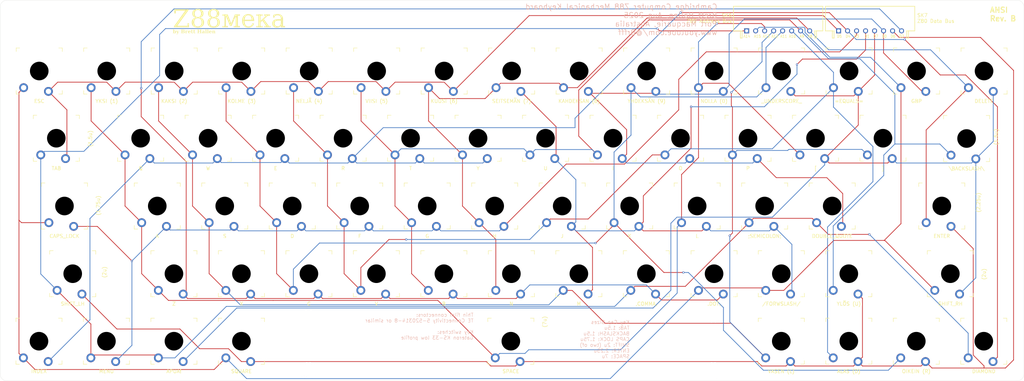
<source format=kicad_pcb>
(kicad_pcb (version 20241229) (generator "pcbnew") (generator_version "9.0")
  (title_block (title "Z88 Mechanical Keyboard (Inverted-T Cursor)") (date "16-Aug-2025") (rev "B") (company "Brett Hallen") (comment 1 "www.youtube.com/@Brfff"))
  (layers (0 "F.Cu" signal) (2 "B.Cu" signal) (13 "F.Paste" user) (15 "B.Paste" user) (5 "F.SilkS" user "F.Silkscreen") (7 "B.SilkS" user "B.Silkscreen") (1 "F.Mask" user) (3 "B.Mask" user) (25 "Edge.Cuts" user))
  (net 0 "")
  (net 1 "COL4")
  (net 2 "COL5")
  (net 3 "COL1")
  (net 4 "COL7")
  (net 5 "COL2")
  (net 6 "COL6")
  (net 7 "COL0")
  (net 8 "COL3")
  (net 9 "ROW4")
  (net 10 "ROW6")
  (net 11 "ROW5")
  (net 12 "ROW7")
  (net 13 "ROW1")
  (net 14 "ROW0")
  (net 15 "ROW3")
  (net 16 "ROW2")
  (footprint "Clueless_Engineer:SW_Gateron_LowProfile_THT" (layer "F.Cu") (at 198.3531 130.4488)
    (property "Reference" "SW32" (hide yes))
    (property "Value" "Y")
  )
  (footprint "Clueless_Engineer:SW_Gateron_LowProfile_THT" (layer "F.Cu") (at 160.2531 130.4488)
    (property "Reference" "SW30" (hide yes))
    (property "Value" "R")
  )
  (footprint "Clueless_Engineer:SW_Gateron_LowProfile_THT" (layer "F.Cu") (at 150.6794 111.4801)
    (property "Reference" "SW22" (hide yes))
    (property "Value" "NELJÄ (4)")
  )
  (footprint "Clueless_Engineer:SW_Gateron_LowProfile_THT" (layer "F.Cu") (at 164.9465 149.585)
    (property "Reference" "SW38" (hide yes))
    (property "Value" "F")
  )
  (footprint "Clueless_Engineer:SW_Gateron_LowProfile_THT" (layer "F.Cu") (at 264.9794 111.4801)
    (property "Reference" "SW59" (hide yes))
    (property "Value" "NOLLA (0)")
  )
  (footprint "Clueless_Engineer:SW_Gateron_LowProfile_THT" (layer "F.Cu") (at 341.1794 111.4801)
    (property "Reference" "SW8" (hide yes))
    (property "Value" "DELETE")
  )
  (footprint "Clueless_Engineer:SW_Gateron_LowProfile_THT" (layer "F.Cu") (at 207.6076 187.7446)
    (property "Reference" "SW11" (hide yes))
    (property "Value" "SPACE")
  )
  (footprint "Clueless_Engineer:SW_Gateron_LowProfile_THT" (layer "F.Cu") (at 179.3031 130.4488)
    (property "Reference" "SW31" (hide yes))
    (property "Value" "T")
  )
  (footprint "Clueless_Engineer:SW_Gateron_LowProfile_THT" (layer "F.Cu") (at 131.5576 168.6946)
    (property "Reference" "SW44" (hide yes))
    (property "Value" "X")
  )
  (footprint "Clueless_Engineer:SW_Gateron_LowProfile_THT" (layer "F.Cu") (at 131.5576 187.7446)
    (property "Reference" "SW9" (hide yes))
    (property "Value" "SQUARE")
  )
  (footprint "Clueless_Engineer:SW_Gateron_LowProfile_THT" (layer "F.Cu") (at 93.5294 111.4801)
    (property "Reference" "SW19" (hide yes))
    (property "Value" "YKSI (1)")
  )
  (footprint "Clueless_Engineer:SW_Gateron_LowProfile_THT" (layer "F.Cu") (at 74.4076 187.7446)
    (property "Reference" "SW25" (hide yes))
    (property "Value" "INDEX")
  )
  (footprint "Clueless_Engineer:SW_Gateron_LowProfile_THT" (layer "F.Cu") (at 169.7294 111.4801)
    (property "Reference" "SW23" (hide yes))
    (property "Value" "VIISI (5)")
  )
  (footprint "Clueless_Engineer:SW_Gateron_LowProfile_THT" (layer "F.Cu") (at 341.1076 187.7446)
    (property "Reference" "SW26" (hide yes))
    (property "Value" "DIAMOND")
  )
  (footprint "Clueless_Engineer:55203148" (layer "F.Cu") (at 274.167245 100.1357)
    (property "Reference" "SK6" (hide yes))
    (property "Value" "Z80 Address Bus" (hide yes))
  )
  (footprint "Clueless_Engineer:SW_Gateron_LowProfile_THT" (layer "F.Cu") (at 303.0076 168.6946)
    (property "Reference" "SW15" (hide yes))
    (property "Value" "YLÖS (U)")
  )
  (footprint "Clueless_Engineer:SW_Gateron_LowProfile_THT" (layer "F.Cu") (at 322.1294 111.4801)
    (property "Reference" "SW57" (hide yes))
    (property "Value" "GBP")
  )
  (footprint "Clueless_Engineer:SW_Gateron_LowProfile_THT" (layer "F.Cu") (at 312.6531 130.4488)
    (property "Reference" "SW4" (hide yes))
    (property "Value" "]")
  )
  (footprint "Clueless_Engineer:SW_Gateron_LowProfile_THT" (layer "F.Cu") (at 188.7076 168.6946)
    (property "Reference" "SW47" (hide yes))
    (property "Value" "B")
  )
  (footprint "Clueless_Engineer:SW_Gateron_LowProfile_THT" (layer "F.Cu") (at 283.9406 187.7446)
    (property "Reference" "SW12" (hide yes))
    (property "Value" "VASEN (L)")
  )
  (footprint "Clueless_Engineer:SW_Gateron_LowProfile_THT" (layer "F.Cu") (at 298.3129 149.585)
    (property "Reference" "SW58" (hide yes))
    (property "Value" "DOUBLE_QUOTE")
  )
  (footprint "Clueless_Engineer:SW_Gateron_LowProfile_THT" (layer "F.Cu") (at 284.0294 111.4801)
    (property "Reference" "SW5" (hide yes))
    (property "Value" "_UNDERSCORE_")
  )
  (footprint "MountingHole:MountingHole_3.2mm_M3" (layer "F.Cu") (at 337.4681 96.9557)
    (property "Reference" "H2" (hide yes))
    (property "Value" "MountingHole" (hide yes))
  )
  (footprint "Clueless_Engineer:SW_Gateron_LowProfile_THT" (layer "F.Cu") (at 226.8076 168.6946)
    (property "Reference" "SW52" (hide yes))
    (property "Value" "M")
  )
  (footprint "Clueless_Engineer:SW_Gateron_LowProfile_THT" (layer "F.Cu") (at 283.9576 168.6946)
    (property "Reference" "SW49" (hide yes))
    (property "Value" "/FORWSLASH/")
  )
  (footprint "Clueless_Engineer:SW_Gateron_LowProfile_THT" (layer "F.Cu") (at 322.0576 187.7446)
    (property "Reference" "SW13" (hide yes))
    (property "Value" "OIKEIN (R)")
  )
  (footprint "Clueless_Engineer:SW_Gateron_LowProfile_THT" (layer "F.Cu") (at 279.2465 149.585)
    (property "Reference" "SW50" (hide yes))
    (property "Value" ";SEMICOLON;")
  )
  (footprint "Clueless_Engineer:SW_Gateron_LowProfile_THT" (layer "F.Cu") (at 131.6294 111.4801)
    (property "Reference" "SW21" (hide yes))
    (property "Value" "KOLME (3)")
  )
  (footprint "Clueless_Engineer:SW_Gateron_LowProfile_THT" (layer "F.Cu") (at 226.8794 111.4801)
    (property "Reference" "SW64" (hide yes))
    (property "Value" "KAHDEKSAN (8)")
  )
  (footprint "Clueless_Engineer:SW_Gateron_LowProfile_THT" (layer "F.Cu") (at 245.8576 168.6946)
    (property "Reference" "SW42" (hide yes))
    (property "Value" ",COMMA,")
  )
  (footprint "Clueless_Engineer:SW_Gateron_LowProfile_THT" (layer "F.Cu") (at 274.5531 130.4488)
    (property "Reference" "SW60" (hide yes))
    (property "Value" "P")
  )
  (footprint "MountingHole:MountingHole_3.2mm_M3" (layer "F.Cu") (at 250.727245 188.9557)
    (property "Reference" "H3" (hide yes))
    (property "Value" "MountingHole" (hide yes))
  )
  (footprint "MountingHole:MountingHole_3.2mm_M3" (layer "F.Cu") (at 170.727245 184.9557)
    (property "Reference" "H4" (hide yes))
    (property "Value" "MountingHole" (hide yes))
  )
  (footprint "Clueless_Engineer:SW_Gateron_LowProfile_THT" (layer "F.Cu") (at 103.1031 130.4488)
    (property "Reference" "SW27" (hide yes))
    (property "Value" "Q")
  )
  (footprint "Clueless_Engineer:55203148" (layer "F.Cu") (at 300.118643 100.1357)
    (property "Reference" "SK7" (hide yes))
    (property "Value" "Z80 Data Bus" (hide yes))
  )
  (footprint "Clueless_Engineer:SW_Gateron_LowProfile_THT" (layer "F.Cu") (at 74.4794 111.4801)
    (property "Reference" "SW17" (hide yes))
    (property "Value" "ESC")
  )
  (footprint "Clueless_Engineer:SW_Gateron_LowProfile_THT" (layer "F.Cu") (at 331.6706 168.6946)
    (property "Reference" "SW1" (hide yes))
    (property "Value" "SHIFT_RH")
  )
  (footprint "Clueless_Engineer:SW_Gateron_LowProfile_THT" (layer "F.Cu") (at 236.4531 130.4488)
    (property "Reference" "SW63" (hide yes))
    (property "Value" "I")
  )
  (footprint "Clueless_Engineer:SW_Gateron_LowProfile_THT" (layer "F.Cu") (at 188.7794 111.4801)
    (property "Reference" "SW24" (hide yes))
    (property "Value" "KUUSI (6)")
  )
  (footprint "Clueless_Engineer:SW_Gateron_LowProfile_THT" (layer "F.Cu") (at 207.8294 111.4801)
    (property "Reference" "SW56" (hide yes))
    (property "Value" "SEITSEMÄN (7)")
  )
  (footprint "Clueless_Engineer:SW_Gateron_LowProfile_THT" (layer "F.Cu") (at 260.1965 149.585)
    (property "Reference" "SW51" (hide yes))
    (property "Value" "L")
  )
  (footprint "Clueless_Engineer:SW_Gateron_LowProfile_THT" (layer "F.Cu") (at 245.9294 111.4801)
    (property "Reference" "SW61" (hide yes))
    (property "Value" "YHDEKSÄN (9)")
  )
  (footprint "MountingHole:MountingHole_3.2mm_M3" (layer "F.Cu") (at 95.4681 96.9557)
    (property "Reference" "H1" (hide yes))
    (property "Value" "MountingHole" (hide yes))
  )
  (footprint "Clueless_Engineer:SW_Gateron_LowProfile_THT" (layer "F.Cu") (at 264.9716 168.6946)
    (property "Reference" "SW41" (hide yes))
    (property "Value" ".DOT.")
  )
  (footprint "Clueless_Engineer:SW_Gateron_LowProfile_THT" (layer "F.Cu") (at 255.5031 130.4488)
    (property "Reference" "SW62" (hide yes))
    (property "Value" "O")
  )
  (footprint "Clueless_Engineer:SW_Gateron_LowProfile_THT" (layer "F.Cu") (at 183.9965 149.585)
    (property "Reference" "SW39" (hide yes))
    (property "Value" "G")
  )
  (footprint "PCM_Mounting_Keyboard_Stabilizer:Stabilizer_Cherry_MX_7.00u" (layer "F.Cu") (at 207.6076 187.7446)
    (property "Reference" "KB11" (hide yes))
    (property "Value" "SPACE" (hide yes))
  )
  (footprint "Clueless_Engineer:SW_Gateron_LowProfile_THT" (layer "F.Cu") (at 141.2031 130.4488)
    (property "Reference" "SW29" (hide yes))
    (property "Value" "E")
  )
  (footprint "Clueless_Engineer:SW_Gateron_LowProfile_THT" (layer "F.Cu") (at 79.3063 130.4488)
    (property "Reference" "SW18" (hide yes))
    (property "Value" "TAB")
  )
  (footprint "Clueless_Engineer:SW_Gateron_LowProfile_THT" (layer "F.Cu") (at 329.2506 149.5801)
    (property "Reference" "SW16" (hide yes))
    (property "Value" "ENTER")
  )
  (footprint "Clueless_Engineer:SW_Gateron_LowProfile_THT" (layer "F.Cu") (at 203.0465 149.585)
    (property "Reference" "SW40" (hide yes))
    (property "Value" "H")
  )
  (footprint "Clueless_Engineer:SW_Gateron_LowProfile_THT" (layer "F.Cu") (at 93.4529 187.7446)
    (property "Reference" "SW34" (hide yes))
    (property "Value" "MENU")
  )
  (footprint "Clueless_Engineer:SW_Gateron_LowProfile_THT" (layer "F.Cu") (at 336.2506 130.5301)
    (property "Reference" "SW7" (hide yes))
    (property "Value" "\\BACKSLASH\\")
  )
  (footprint "Clueless_Engineer:SW_Gateron_LowProfile_THT" (layer "F.Cu") (at 81.6027 149.585)
    (property "Reference" "SW33" (hide yes))
    (property "Value" "CAPS_LOCK")
  )
  (footprint "Clueless_Engineer:SW_Gateron_LowProfile_THT" (layer "F.Cu") (at 107.7965 149.585)
    (property "Reference" "SW35" (hide yes))
    (property "Value" "A")
  )
  (footprint "Clueless_Engineer:SW_Gateron_LowProfile_THT" (layer "F.Cu") (at 222.0965 149.585)
    (property "Reference" "SW54" (hide yes))
    (property "Value" "J")
  )
  (footprint "Clueless_Engineer:SW_Gateron_LowProfile_THT" (layer "F.Cu") (at 112.5794 111.4801)
    (property "Reference" "SW20" (hide yes))
    (property "Value" "KAKSI (2)")
  )
  (footprint "Clueless_Engineer:SW_Gateron_LowProfile_THT" (layer "F.Cu") (at 112.5076 187.7446)
    (property "Reference" "SW2" (hide yes))
    (property "Value" "APUA!")
  )
  (footprint "Clueless_Engineer:SW_Gateron_LowProfile_THT" (layer "F.Cu") (at 241.1465 149.585)
    (property "Reference" "SW53" (hide yes))
    (property "Value" "K")
  )
  (footprint "Clueless_Engineer:SW_Gateron_LowProfile_THT" (layer "F.Cu") (at 122.1531 130.4488)
    (property "Reference" "SW28" (hide yes))
    (property "Value" "W")
  )
  (footprint "Clueless_Engineer:SW_Gateron_LowProfile_THT" (layer "F.Cu") (at 112.5076 168.6946)
    (property "Reference" "SW43" (hide yes))
    (property "Value" "Z")
  )
  (footprint "Clueless_Engineer:SW_Gateron_LowProfile_THT" (layer "F.Cu") (at 303.0794 111.4801)
    (property "Reference" "SW6" (hide yes))
    (property "Value" "=EQUALS=")
  )
  (footprint "Clueless_Engineer:SW_Gateron_LowProfile_THT" (layer "F.Cu") (at 83.9306 168.6946)
    (property "Reference" "SW10" (hide yes))
    (property "Value" "SHIFT_LH")
  )
  (footprint "Clueless_Engineer:SW_Gateron_LowProfile_THT" (layer "F.Cu") (at 217.4031 130.4488)
    (property "Reference" "SW55" (hide yes))
    (property "Value" "U")
  )
  (footprint "Clueless_Engineer:SW_Gateron_LowProfile_THT" (layer "F.Cu") (at 207.7576 168.6946)
    (property "Reference" "SW48" (hide yes))
    (property "Value" "N")
  )
  (footprint "Clueless_Engineer:SW_Gateron_LowProfile_THT" (layer "F.Cu") (at 169.6576 168.6946)
    (property "Reference" "SW46" (hide yes))
    (property "Value" "V")
  )
  (footprint "Clueless_Engineer:SW_Gateron_LowProfile_THT" (layer "F.Cu") (at 145.8965 149.585)
    (property "Reference" "SW37" (hide yes))
    (property "Value" "D")
  )
  (footprint "Clueless_Engineer:SW_Gateron_LowProfile_THT" (layer "F.Cu") (at 293.6031 130.4488)
    (property "Reference" "SW3" (hide yes))
    (property "Value" "[")
  )
  (footprint "Clueless_Engineer:SW_Gateron_LowProfile_THT" (layer "F.Cu") (at 150.6076 168.6946)
    (property "Reference" "SW45" (hide yes))
    (property "Value" "C")
  )
  (footprint "Clueless_Engineer:SW_Gateron_LowProfile_THT" (layer "F.Cu") (at 303.0076 187.7446)
    (property "Reference" "SW14" (hide yes))
    (property "Value" "ALAS (D)")
  )
  (footprint "Clueless_Engineer:SW_Gateron_LowProfile_THT" (layer "F.Cu") (at 126.8465 149.585)
    (property "Reference" "SW36" (hide yes))
    (property "Value" "S")
  )
  (gr_arc (start 350.452978 91.4557) (mid 351.867206 92.041479) (end 352.452978 93.4557) (stroke (width 0.05)) (layer "Edge.Cuts"))
  (gr_line (start 350.452978 198.951825) (end 65.429971 198.951825) (stroke (width 0.05)) (layer "Edge.Cuts"))
  (gr_arc (start 63.429971 93.4557) (mid 64.015757 92.041486) (end 65.429971 91.4557) (stroke (width 0.05)) (layer "Edge.Cuts"))
  (gr_line (start 65.429971 91.4557) (end 350.452978 91.4557) (stroke (width 0.05)) (layer "Edge.Cuts"))
  (gr_arc (start 65.429971 198.951825) (mid 64.015757 198.366039) (end 63.429971 196.951825) (stroke (width 0.05)) (layer "Edge.Cuts"))
  (gr_line (start 352.452978 93.4557) (end 352.452978 196.951825) (stroke (width 0.05)) (layer "Edge.Cuts"))
  (gr_line (start 63.429971 196.951825) (end 63.429971 93.4557) (stroke (width 0.05)) (layer "Edge.Cuts"))
  (gr_arc (start 352.452978 196.951825) (mid 351.867181 198.366015) (end 350.452978 198.951825) (stroke (width 0.05)) (layer "Edge.Cuts"))
  (gr_text "(1.5u)" (at 89.4681 132.9557 90) (layer "F.SilkS") (effects (font (size 1 1)) (justify left bottom)))
  (gr_text "ANSI\nRev. B" (at 342.680241 97.5557 0) (layer "F.SilkS") (effects (font (size 1.5 1.5) (thickness 0.3) (bold yes)) (justify left bottom)))
  (gr_text "Z88мека" (at 112.1794 99.9801 0) (layer "F.SilkS") (effects (font (size 5 5) (thickness 0.1)) (justify left bottom)))
  (gr_text "by Brett Hallen" (at 112.1794 100.9801 0) (layer "F.SilkS") (effects (font (size 1 1) (thickness 0.25) (bold yes)) (justify left bottom)))
  (gr_text "(2.25u)" (at 340.1794 151.4801 90) (layer "F.SilkS") (effects (font (size 1 1)) (justify left bottom)))
  (gr_text "(7u)" (at 217.727245 183.9557 90) (layer "F.SilkS") (effects (font (size 1 1)) (justify left bottom)))
  (gr_text "D5  D4  D3   D1  D7  D0  D6  D2" (at 299.567245 102.1457 0) (layer "F.SilkS") (effects (font (size 0.8 0.7) (thickness 0.125) (bold yes)) (justify left bottom)))
  (gr_text "A14  A15 A13 A12 A11 A10  A9  A8" (at 273.167245 102.1457 0) (layer "F.SilkS") (effects (font (size 0.8 0.7) (thickness 0.125) (bold yes)) (justify left bottom)))
  (gr_text "(2u)" (at 341.747245 170.5057 90) (layer "F.SilkS") (effects (font (size 1 1)) (justify left bottom)))
  (gr_text "(2u)" (at 93.4681 169.9557 90) (layer "F.SilkS") (effects (font (size 1 1)) (justify left bottom)))
  (gr_text "(1.5u)" (at 345.1794 132.4801 90) (layer "F.SilkS") (effects (font (size 1 1)) (justify left bottom)))
  (gr_text "SK6\nZ80 Address Bus" (at 270.147245 97.9557 0) (layer "F.SilkS") (effects (font (size 1 1)) (justify right bottom)))
  (gr_text "SK7\nZ80 Data Bus" (at 322.227245 97.9557 0) (layer "F.SilkS") (effects (font (size 1 1)) (justify left bottom)))
  (gr_text "(1.75u)" (at 91.717245 152.3257 90) (layer "F.SilkS") (effects (font (size 1 1)) (justify left bottom)))
  (gr_text "Cambridge Computer Z88 Mechanical Keyboard\nBrett Hallen, Aug 2025\nPort Macquarie, Australia\nwww.youtube.com/@Brfff" (at 265.960241 101.4557 0) (layer "B.SilkS") (effects (font (size 1.5 1.5)) (justify left bottom mirror)))
  (gr_text_box "Thin film connectors:\nTE Connectivity 5-520314-8 or similar\n\nKey switches:\nGateron KS-33 low profile" (start 165.130241 178.7857) (end 198.080241 188.5657) (margins 1.0025 1.0025 1.0025 1.0025) (layer "B.SilkS") (effects (font (size 1 1) (thickness 0.1)) (justify left top mirror)) (border no) (stroke (width 0.1)))
  (gr_text_box "Key Cap Sizes\nTAB: 1.5u\nBACKSLASH: 1.5u\nCAPS LOCK: 1.75u\nSHIFT: 2u (two of)\nENTER: 2.25u\nSPACE: 7u" (start 212.2794 180.7801) (end 242.1794 192.1801) (margins 1.0025 1.0025 1.0025 1.0025) (layer "B.SilkS") (effects (font (size 1 1) (thickness 0.1)) (justify left top mirror)) (border no))
  (segment (start 250.8061 168.3446) (end 256.2976 168.3446) (width 0.2) (layer "F.Cu") (net 1))
  (segment (start 136.8031 149.5916) (end 141.4965 154.285) (width 0.2) (layer "F.Cu") (net 1))
  (segment (start 127.2294 116.1801) (end 127.2294 125.5751) (width 0.2) (layer "F.Cu") (net 1))
  (segment (start 127.2294 125.5751) (end 136.8031 135.1488) (width 0.2) (layer "F.Cu") (net 1))
  (segment (start 136.8031 135.1488) (end 136.8031 149.5916) (width 0.2) (layer "F.Cu") (net 1))
  (segment (start 141.4965 168.6835) (end 146.2076 173.3946) (width 0.2) (layer "F.Cu") (net 1))
  (segment (start 231.5276 160.0346) (end 231.5892 160.0346) (width 0.2) (layer "F.Cu") (net 1))
  (segment (start 236.7465 154.8773) (end 236.7465 154.285) (width 0.2) (layer "F.Cu") (net 1))
  (segment (start 141.4965 154.285) (end 141.4965 168.6835) (width 0.2) (layer "F.Cu") (net 1))
  (segment (start 231.5892 160.0346) (end 236.7465 154.8773) (width 0.2) (layer "F.Cu") (net 1))
  (segment (start 236.7465 154.285) (end 250.8061 168.3446) (width 0.2) (layer "F.Cu") (net 1))
  (via (at 256.2976 168.3446) (size 0.6) (drill 0.3) (layers "F.Cu" "B.Cu") (net 1))
  (via (at 231.5276 160.0346) (size 0.6) (drill 0.3) (layers "F.Cu" "B.Cu") (net 1))
  (segment (start 236.7465 134.3641) (end 241.5294 129.5812) (width 0.2) (layer "B.Cu") (net 1))
  (segment (start 277.0284 118.7811) (end 279.6294 116.1801) (width 0.2) (layer "B.Cu") (net 1))
  (segment (start 241.5294 116.1801) (end 244.1304 118.7811) (width 0.2) (layer "B.Cu") (net 1))
  (segment (start 244.1304 118.7811) (end 277.0284 118.7811) (width 0.2) (layer "B.Cu") (net 1))
  (segment (start 279.6294 116.1801) (end 279.6294 104.833545) (width 0.2) (layer "B.Cu") (net 1))
  (segment (start 153.5892 160.0346) (end 231.5276 160.0346) (width 0.2) (layer "B.Cu") (net 1))
  (segment (start 278.8976 195.9446) (end 267.6176 184.6646) (width 0.2) (layer "B.Cu") (net 1))
  (segment (start 257.715046 168.3446) (end 256.2976 168.3446) (width 0.2) (layer "B.Cu") (net 1))
  (segment (start 146.2076 167.4162) (end 153.5892 160.0346) (width 0.2) (layer "B.Cu") (net 1))
  (segment (start 317.6576 192.4446) (end 317.015154 191.802154) (width 0.2) (layer "B.Cu") (net 1))
  (segment (start 317.6576 192.4446) (end 314.1576 195.9446) (width 0.2) (layer "B.Cu") (net 1))
  (segment (start 146.2076 173.3946) (end 146.2076 167.4162) (width 0.2) (layer "B.Cu") (net 1))
  (segment (start 241.5294 129.5812) (end 241.5294 116.1801) (width 0.2) (layer "B.Cu") (net 1))
  (segment (start 267.6176 178.247154) (end 257.715046 168.3446) (width 0.2) (layer "B.Cu") (net 1))
  (segment (start 279.6294 104.833545) (end 284.347245 100.1157) (width 0.2) (layer "B.Cu") (net 1))
  (segment (start 267.6176 184.6646) (end 267.6176 178.247154) (width 0.2) (layer "B.Cu") (net 1))
  (segment (start 236.7465 154.285) (end 236.7465 134.3641) (width 0.2) (layer "B.Cu") (net 1))
  (segment (start 314.1576 195.9446) (end 278.8976 195.9446) (width 0.2) (layer "B.Cu") (net 1))
  (segment (start 165.2576 173.3946) (end 165.2576 166.9662) (width 0.2) (layer "F.Cu") (net 2))
  (segment (start 165.2576 166.9662) (end 173.1892 159.0346) (width 0.2) (layer "F.Cu") (net 2))
  (segment (start 247.5334 135.1488) (end 229.4265 153.2557) (width 0.2) (layer "F.Cu") (net 2))
  (segment (start 155.8531 135.1488) (end 155.8531 149.5916) (width 0.2) (layer "F.Cu") (net 2))
  (segment (start 173.1892 159.0346) (end 178.0576 159.0346) (width 0.2) (layer "F.Cu") (net 2))
  (segment (start 160.5465 154.285) (end 160.5465 168.6835) (width 0.2) (layer "F.Cu") (net 2))
  (segment (start 229.4265 153.2557) (end 218.7258 153.2557) (width 0.2) (layer "F.Cu") (net 2))
  (segment (start 160.5465 168.6835) (end 165.2576 173.3946) (width 0.2) (layer "F.Cu") (net 2))
  (segment (start 146.2794 116.1801) (end 146.2794 125.5751) (width 0.2) (layer "F.Cu") (net 2))
  (segment (start 251.1031 135.1488) (end 247.5334 135.1488) (width 0.2) (layer "F.Cu") (net 2))
  (segment (start 146.2794 125.5751) (end 155.8531 135.1488) (width 0.2) (layer "F.Cu") (net 2))
  (segment (start 155.8531 149.5916) (end 160.5465 154.285) (width 0.2) (layer "F.Cu") (net 2))
  (segment (start 218.7258 153.2557) (end 217.6965 154.285) (width 0.2) (layer "F.Cu") (net 2))
  (via (at 178.0576 159.0346) (size 0.6) (drill 0.3) (layers "F.Cu" "B.Cu") (net 2))
  (segment (start 309.8041 132.7917) (end 298.6794 121.667) (width 0.2) (layer "B.Cu") (net 2))
  (segment (start 178.0576 159.0346) (end 212.9469 159.0346) (width 0.2) (layer "B.Cu") (net 2))
  (segment (start 298.6794 121.667) (end 298.6794 116.1801) (width 0.2) (layer "B.Cu") (net 2))
  (segment (start 297.0076 155.5162) (end 309.8041 142.7197) (width 0.2) (layer "B.Cu") (net 2))
  (segment (start 212.9469 159.0346) (end 217.6965 154.285) (width 0.2) (layer "B.Cu") (net 2))
  (segment (start 297.0076 190.8446) (end 297.0076 155.5162) (width 0.2) (layer "B.Cu") (net 2))
  (segment (start 298.6794 111.857855) (end 298.6794 116.1801) (width 0.2) (layer "B.Cu") (net 2))
  (segment (start 298.6076 192.4446) (end 297.0076 190.8446) (width 0.2) (layer "B.Cu") (net 2))
  (segment (start 252.8271 133.4248) (end 281.4347 133.4248) (width 0.2) (layer "B.Cu") (net 2))
  (segment (start 251.1031 135.1488) (end 252.8271 133.4248) (width 0.2) (layer "B.Cu") (net 2))
  (segment (start 309.8041 142.7197) (end 309.8041 132.7917) (width 0.2) (layer "B.Cu") (net 2))
  (segment (start 281.4347 133.4248) (end 298.6794 116.1801) (width 0.2) (layer "B.Cu") (net 2))
  (segment (start 286.8881 100.066555) (end 298.6794 111.857855) (width 0.2) (layer "B.Cu") (net 2))
  (segment (start 249.577245 100.1357) (end 274.167245 100.1357) (width 0.2) (layer "F.Cu") (net 3))
  (segment (start 242.5965 172.2557) (end 256.8758 172.2557) (width 0.2) (layer "F.Cu") (net 3))
  (segment (start 248.937245 99.4957) (end 249.577245 100.1357) (width 0.2) (layer "F.Cu") (net 3))
  (segment (start 89.8629 191.6346) (end 107.2976 191.6346) (width 0.2) (layer "F.Cu") (net 3))
  (segment (start 89.0529 192.4446) (end 89.8629 191.6346) (width 0.2) (layer "F.Cu") (net 3))
  (segment (start 256.8758 172.2557) (end 274.8465 154.285) (width 0.2) (layer "F.Cu") (net 3))
  (segment (start 241.4576 173.3946) (end 242.5965 172.2557) (width 0.2) (layer "F.Cu") (net 3))
  (segment (start 89.0529 192.4446) (end 89.0529 182.9169) (width 0.2) (layer "F.Cu") (net 3))
  (segment (start 276.0769 153.0546) (end 292.6825 153.0546) (width 0.2) (layer "F.Cu") (net 3))
  (segment (start 297.2129 157.585) (end 308.7965 157.585) (width 0.2) (layer "F.Cu") (net 3))
  (segment (start 107.2976 191.6346) (end 108.1076 192.4446) (width 0.2) (layer "F.Cu") (net 3))
  (segment (start 292.6825 153.0546) (end 293.9129 154.285) (width 0.2) (layer "F.Cu") (net 3))
  (segment (start 274.8465 154.285) (end 276.0769 153.0546) (width 0.2) (layer "F.Cu") (net 3))
  (segment (start 293.9129 154.285) (end 297.2129 157.585) (width 0.2) (layer "F.Cu") (net 3))
  (segment (start 89.0529 182.9169) (end 79.5306 173.3946) (width 0.2) (layer "F.Cu") (net 3))
  (via (at 308.7965 157.585) (size 0.6) (drill 0.3) (layers "F.Cu" "B.Cu") (net 3))
  (via (at 248.937245 99.4957) (size 0.6) (drill 0.3) (layers "F.Cu" "B.Cu") (net 3))
  (segment (start 127.3081 177.9157) (end 236.9365 177.9157) (width 0.2) (layer "B.Cu") (net 3))
  (segment (start 236.9365 177.9157) (end 241.4576 173.3946) (width 0.2) (layer "B.Cu") (net 3))
  (segment (start 112.7792 192.4446) (end 127.3081 177.9157) (width 0.2) (layer "B.Cu") (net 3))
  (segment (start 74.9063 135.1488) (end 75.8994 134.1557) (width 0.2) (layer "B.Cu") (net 3))
  (segment (start 248.937245 99.4957) (end 110.1281 99.4957) (width 0.2) (layer "B.Cu") (net 3))
  (segment (start 110.1281 99.4957) (end 108.4681 101.1557) (width 0.2) (layer "B.Cu") (net 3))
  (segment (start 108.4681 112.7557) (end 108.4681 101.1557) (width 0.2) (layer "B.Cu") (net 3))
  (segment (start 75.8994 134.1557) (end 87.0681 134.1557) (width 0.2) (layer "B.Cu") (net 3))
  (segment (start 87.0681 134.1557) (end 108.4681 112.7557) (width 0.2) (layer "B.Cu") (net 3))
  (segment (start 74.9063 135.1488) (end 74.9063 168.7703) (width 0.2) (layer "B.Cu") (net 3))
  (segment (start 308.7965 157.585) (end 336.7076 185.4961) (width 0.2) (layer "B.Cu") (net 3))
  (segment (start 336.7076 185.4961) (end 336.7076 192.4446) (width 0.2) (layer "B.Cu") (net 3))
  (segment (start 74.9063 168.7703) (end 79.5306 173.3946) (width 0.2) (layer "B.Cu") (net 3))
  (segment (start 108.1076 192.4446) (end 112.7792 192.4446) (width 0.2) (layer "B.Cu") (net 3))
  (segment (start 203.4294 116.1801) (end 200.3538 119.2557) (width 0.2) (layer "F.Cu") (net 4))
  (segment (start 203.3576 158.9961) (end 198.6465 154.285) (width 0.2) (layer "F.Cu") (net 4))
  (segment (start 193.9531 149.5916) (end 198.6465 154.285) (width 0.2) (layer "F.Cu") (net 4))
  (segment (start 204.679399 114.930101) (end 221.229401 114.930101) (width 0.2) (layer "F.Cu") (net 4))
  (segment (start 203.4294 116.1801) (end 204.679399 114.930101) (width 0.2) (layer "F.Cu") (net 4))
  (segment (start 246.0625 96.5057) (end 288.317245 96.5057) (width 0.2) (layer "F.Cu") (net 4))
  (segment (start 226.3881 116.1801) (end 246.0625 96.5057) (width 0.2) (layer "F.Cu") (net 4))
  (segment (start 184.3794 116.1801) (end 184.3794 125.5751) (width 0.2) (layer "F.Cu") (net 4))
  (segment (start 336.7794 116.1801) (end 324.8506 128.1089) (width 0.2) (layer "F.Cu") (net 4))
  (segment (start 184.3794 125.5751) (end 193.9531 135.1488) (width 0.2) (layer "F.Cu") (net 4))
  (segment (start 200.3538 119.2557) (end 187.455 119.2557) (width 0.2) (layer "F.Cu") (net 4))
  (segment (start 187.455 119.2557) (end 184.3794 116.1801) (width 0.2) (layer "F.Cu") (net 4))
  (segment (start 324.8506 128.1089) (end 324.8506 154.2801) (width 0.2) (layer "F.Cu") (net 4))
  (segment (start 222.4794 116.1801) (end 226.3881 116.1801) (width 0.2) (layer "F.Cu") (net 4))
  (segment (start 203.3576 173.3946) (end 203.3576 158.9961) (width 0.2) (layer "F.Cu") (net 4))
  (segment (start 193.9531 135.1488) (end 193.9531 149.5916) (width 0.2) (layer "F.Cu") (net 4))
  (segment (start 221.229401 114.930101) (end 222.4794 116.1801) (width 0.2) (layer "F.Cu") (net 4))
  (segment (start 288.317245 96.5057) (end 291.947245 100.1357) (width 0.2) (layer "F.Cu") (net 4))
  (segment (start 297.291645 105.4801) (end 326.0794 105.4801) (width 0.2) (layer "B.Cu") (net 4))
  (segment (start 291.967245 100.1557) (end 297.291645 105.4801) (width 0.2) (layer "B.Cu") (net 4))
  (segment (start 326.0794 105.4801) (end 336.7794 116.1801) (width 0.2) (layer "B.Cu") (net 4))
  (segment (start 98.7031 149.5916) (end 103.3965 154.285) (width 0.2) (layer "F.Cu") (net 5))
  (segment (start 260.5794 135.915946) (end 255.7965 140.698846) (width 0.2) (layer "F.Cu") (net 5))
  (segment (start 98.7031 135.1488) (end 98.7031 149.5916) (width 0.2) (layer "F.Cu") (net 5))
  (segment (start 265.767245 98.0757) (end 278.347245 98.0757) (width 0.2) (layer "F.Cu") (net 5))
  (segment (start 255.7965 140.698846) (end 255.7965 154.285) (width 0.2) (layer "F.Cu") (net 5))
  (segment (start 110.9476 176.2346) (end 140.4976 176.2346) (width 0.2) (layer "F.Cu") (net 5))
  (segment (start 89.1294 116.1801) (end 89.1294 125.5751) (width 0.2) (layer "F.Cu") (net 5))
  (segment (start 278.347245 98.0757) (end 279.267245 98.9957) (width 0.2) (layer "F.Cu") (net 5))
  (segment (start 140.4976 176.2346) (end 186.9976 176.2346) (width 0.2) (layer "F.Cu") (net 5))
  (segment (start 260.5794 116.1801) (end 261.829399 114.930101) (width 0.2) (layer "F.Cu") (net 5))
  (segment (start 103.3965 168.6835) (end 108.1076 173.3946) (width 0.2) (layer "F.Cu") (net 5))
  (segment (start 186.9976 176.2346) (end 203.2076 192.4446) (width 0.2) (layer "F.Cu") (net 5))
  (segment (start 261.829399 114.930101) (end 268.984401 114.930101) (width 0.2) (layer "F.Cu") (net 5))
  (segment (start 268.984401 114.930101) (end 289.2031 135.1488) (width 0.2) (layer "F.Cu") (net 5))
  (segment (start 260.5794 116.1801) (end 260.5794 135.915946) (width 0.2) (layer "F.Cu") (net 5))
  (segment (start 279.267245 98.9957) (end 279.267245 100.1157) (width 0.2) (layer "F.Cu") (net 5))
  (segment (start 108.1076 173.3946) (end 110.9476 176.2346) (width 0.2) (layer "F.Cu") (net 5))
  (segment (start 103.3965 154.285) (end 103.3965 168.6835) (width 0.2) (layer "F.Cu") (net 5))
  (segment (start 89.1294 125.5751) (end 98.7031 135.1488) (width 0.2) (layer "F.Cu") (net 5))
  (segment (start 279.267245 100.1157) (end 279.247245 100.1357) (width 0.2) (layer "F.Cu") (net 5))
  (via (at 265.767245 98.0757) (size 0.6) (drill 0.3) (layers "F.Cu" "B.Cu") (net 5))
  (segment (start 254.5681 174.1557) (end 238.5681 190.1557) (width 0.2) (layer "B.Cu") (net 5))
  (segment (start 254.5681 155.5134) (end 254.5681 174.1557) (width 0.2) (layer "B.Cu") (net 5))
  (segment (start 204.457599 191.194601) (end 211.599045 191.194601) (width 0.2) (layer "B.Cu") (net 5))
  (segment (start 260.5794 103.263545) (end 265.767245 98.0757) (width 0.2) (layer "B.Cu") (net 5))
  (segment (start 238.5681 190.1557) (end 212.637946 190.1557) (width 0.2) (layer "B.Cu") (net 5))
  (segment (start 255.7965 154.285) (end 254.5681 155.5134) (width 0.2) (layer "B.Cu") (net 5))
  (segment (start 203.2076 192.4446) (end 204.457599 191.194601) (width 0.2) (layer "B.Cu") (net 5))
  (segment (start 260.5794 116.1801) (end 260.5794 103.263545) (width 0.2) (layer "B.Cu") (net 5))
  (segment (start 211.599045 191.194601) (end 212.637946 190.1557) (width 0.2) (layer "B.Cu") (net 5))
  (segment (start 179.5965 154.285) (end 179.5965 168.6835) (width 0.2) (layer "F.Cu") (net 6))
  (segment (start 226.7681 129.8638) (end 226.7681 116.8557) (width 0.2) (layer "F.Cu") (net 6))
  (segment (start 286.327245 97.0557) (end 289.407245 100.1357) (width 0.2) (layer "F.Cu") (net 6))
  (segment (start 174.9031 149.5916) (end 179.5965 154.285) (width 0.2) (layer "F.Cu") (net 6))
  (segment (start 165.3294 125.5751) (end 174.9031 135.1488) (width 0.2) (layer "F.Cu") (net 6))
  (segment (start 179.5965 168.6835) (end 184.3076 173.3946) (width 0.2) (layer "F.Cu") (net 6))
  (segment (start 165.3294 116.1801) (end 165.3294 125.5751) (width 0.2) (layer "F.Cu") (net 6))
  (segment (start 226.7681 116.8557) (end 246.5681 97.0557) (width 0.2) (layer "F.Cu") (net 6))
  (segment (start 232.0531 135.1488) (end 226.7681 129.8638) (width 0.2) (layer "F.Cu") (net 6))
  (segment (start 246.5681 97.0557) (end 286.327245 97.0557) (width 0.2) (layer "F.Cu") (net 6))
  (segment (start 174.9031 135.1488) (end 174.9031 149.5916) (width 0.2) (layer "F.Cu") (net 6))
  (segment (start 298.6076 155.2162) (end 298.6076 173.3946) (width 0.2) (layer "B.Cu") (net 6))
  (segment (start 174.9031 135.1488) (end 176.6271 133.4248) (width 0.2) (layer "B.Cu") (net 6))
  (segment (start 230.5489 133.6446) (end 232.0531 135.1488) (width 0.2) (layer "B.Cu") (net 6))
  (segment (start 297.277245 108.0057) (end 306.1387 108.0057) (width 0.2) (layer "B.Cu") (net 6))
  (segment (start 211.2791 133.4248) (end 213.0031 135.1488) (width 0.2) (layer "B.Cu") (net 6))
  (segment (start 315.9991 117.8661) (end 315.9991 132.0831) (width 0.2) (layer "B.Cu") (net 6))
  (segment (start 214.5073 133.6446) (end 230.5489 133.6446) (width 0.2) (layer "B.Cu") (net 6))
  (segment (start 306.1387 108.0057) (end 315.9991 117.8661) (width 0.2) (layer "B.Cu") (net 6))
  (segment (start 312.8676 135.2146) (end 312.8676 140.9562) (width 0.2) (layer "B.Cu") (net 6))
  (segment (start 176.6271 133.4248) (end 211.2791 133.4248) (width 0.2) (layer "B.Cu") (net 6))
  (segment (start 315.9991 132.0831) (end 328.7036 132.0831) (width 0.2) (layer "B.Cu") (net 6))
  (segment (start 213.0031 135.1488) (end 214.5073 133.6446) (width 0.2) (layer "B.Cu") (net 6))
  (segment (start 312.8676 140.9562) (end 298.6076 155.2162) (width 0.2) (layer "B.Cu") (net 6))
  (segment (start 315.9991 132.0831) (end 312.8676 135.2146) (width 0.2) (layer "B.Cu") (net 6))
  (segment (start 328.7036 132.0831) (end 331.8506 135.2301) (width 0.2) (layer "B.Cu") (net 6))
  (segment (start 289.427245 100.1557) (end 297.277245 108.0057) (width 0.2) (layer "B.Cu") (net 6))
  (segment (start 261.2716 172.6946) (end 260.5716 173.3946) (width 0.2) (layer "F.Cu") (net 7))
  (segment (start 77.2027 154.285) (end 69.457601 154.285) (width 0.2) (layer "F.Cu") (net 7))
  (segment (start 312.9949 159.2956) (end 313.1716 159.2956) (width 0.2) (layer "F.Cu") (net 7))
  (segment (start 73.2976 195.7346) (end 123.8676 195.7346) (width 0.2) (layer "F.Cu") (net 7))
  (segment (start 279.5576 173.3946) (end 278.8576 172.6946) (width 0.2) (layer "F.Cu") (net 7))
  (segment (start 279.5576 173.3946) (end 284.6576 173.3946) (width 0.2) (layer "F.Cu") (net 7))
  (segment (start 123.8676 195.7346) (end 127.1576 192.4446) (width 0.2) (layer "F.Cu") (net 7))
  (segment (start 327.2706 173.3946) (end 313.1716 159.2956) (width 0.2) (layer "F.Cu") (net 7))
  (segment (start 298.7566 159.2956) (end 312.9949 159.2956) (width 0.2) (layer "F.Cu") (net 7))
  (segment (start 70.0076 192.4446) (end 68.757601 191.194601) (width 0.2) (layer "F.Cu") (net 7))
  (segment (start 68.757601 117.501899) (end 70.0794 116.1801) (width 0.2) (layer "F.Cu") (net 7))
  (segment (start 317.7294 116.1801) (end 317.7294 154.5611) (width 0.2) (layer "F.Cu") (net 7))
  (segment (start 278.8576 172.6946) (end 261.2716 172.6946) (width 0.2) (layer "F.Cu") (net 7))
  (segment (start 68.757601 153.585) (end 68.757601 117.501899) (width 0.2) (layer "F.Cu") (net 7))
  (segment (start 70.0076 192.4446) (end 73.2976 195.7346) (width 0.2) (layer "F.Cu") (net 7))
  (segment (start 68.757601 191.194601) (end 68.757601 153.585) (width 0.2) (layer "F.Cu") (net 7))
  (segment (start 284.6576 173.3946) (end 298.7566 159.2956) (width 0.2) (layer "F.Cu") (net 7))
  (segment (start 69.457601 154.285) (end 68.757601 153.585) (width 0.2) (layer "F.Cu") (net 7))
  (segment (start 317.7294 154.5611) (end 312.9949 159.2956) (width 0.2) (layer "F.Cu") (net 7))
  (segment (start 297.644 107.6047) (end 309.154 107.6047) (width 0.2) (layer "B.Cu") (net 7))
  (segment (start 133.0275 198.3145) (end 235.6517 198.3145) (width 0.2) (layer "B.Cu") (net 7))
  (segment (start 290.6594 100.6201) (end 297.644 107.6047) (width 0.2) (layer "B.Cu") (net 7))
  (segment (start 290.356702 99.1327) (end 290.6594 99.435398) (width 0.2) (layer "B.Cu") (net 7))
  (segment (start 290.6594 99.435398) (end 290.6594 100.6201) (width 0.2) (layer "B.Cu") (net 7))
  (segment (start 309.154 107.6047) (end 317.7294 116.1801) (width 0.2) (layer "B.Cu") (net 7))
  (segment (start 277.710245 99.1327) (end 290.356702 99.1327) (width 0.2) (layer "B.Cu") (net 7))
  (segment (start 127.1576 192.4446) (end 133.0275 198.3145) (width 0.2) (layer "B.Cu") (net 7))
  (segment (start 276.707245 100.1357) (end 277.710245 99.1327) (width 0.2) (layer "B.Cu") (net 7))
  (segment (start 235.6517 198.3145) (end 260.5716 173.3946) (width 0.2) (layer "B.Cu") (net 7))
  (segment (start 117.7531 135.1488) (end 117.7531 149.5916) (width 0.2) (layer "F.Cu") (net 8))
  (segment (start 270.1531 135.1488) (end 270.1531 121.5991) (width 0.2) (layer "F.Cu") (net 8))
  (segment (start 269.7806 182.6846) (end 279.5406 192.4446) (width 0.2) (layer "F.Cu") (net 8))
  (segment (start 269.8376 121.2836) (end 269.8376 117.5146) (width 0.2) (layer "F.Cu") (net 8))
  (segment (start 270.1531 121.5991) (end 269.8376 121.2836) (width 0.2) (layer "F.Cu") (net 8))
  (segment (start 234.197 182.6846) (end 269.7806 182.6846) (width 0.2) (layer "F.Cu") (net 8))
  (segment (start 270.1531 157.2091) (end 269.4076 157.9546) (width 0.2) (layer "F.Cu") (net 8))
  (segment (start 122.4465 154.285) (end 122.4465 168.6835) (width 0.2) (layer "F.Cu") (net 8))
  (segment (start 222.4076 173.3946) (end 224.907 173.3946) (width 0.2) (layer "F.Cu") (net 8))
  (segment (start 108.1794 125.5751) (end 117.7531 135.1488) (width 0.2) (layer "F.Cu") (net 8))
  (segment (start 224.907 173.3946) (end 234.197 182.6846) (width 0.2) (layer "F.Cu") (net 8))
  (segment (start 117.7531 149.5916) (end 122.4465 154.285) (width 0.2) (layer "F.Cu") (net 8))
  (segment (start 108.1794 116.1801) (end 108.1794 125.5751) (width 0.2) (layer "F.Cu") (net 8))
  (segment (start 122.4465 168.6835) (end 127.1576 173.3946) (width 0.2) (layer "F.Cu") (net 8))
  (segment (start 270.1531 135.1488) (end 270.1531 157.2091) (width 0.2) (layer "F.Cu") (net 8))
  (via (at 269.8376 117.5146) (size 0.6) (drill 0.3) (layers "F.Cu" "B.Cu") (net 8))
  (via (at 269.4076 157.9546) (size 0.6) (drill 0.3) (layers "F.Cu" "B.Cu") (net 8))
  (segment (start 281.807245 100.1157) (end 278.5176 103.405345) (width 0.2) (layer "B.Cu") (net 8))
  (segment (start 279.5406 192.4446) (end 269.4076 182.3116) (width 0.2) (layer "B.Cu") (net 8))
  (segment (start 269.4076 182.3116) (end 269.4076 157.9546) (width 0.2) (layer "B.Cu") (net 8))
  (segment (start 218.3465 177.4557) (end 222.4076 173.3946) (width 0.2) (layer "B.Cu") (net 8))
  (segment (start 278.5176 103.405345) (end 278.5176 108.8346) (width 0.2) (layer "B.Cu") (net 8))
  (segment (start 306.7021 133.5978) (end 308.2531 135.1488) (width 0.2) (layer "B.Cu") (net 8))
  (segment (start 286.060656 133.5978) (end 306.7021 133.5978) (width 0.2) (layer "B.Cu") (net 8))
  (segment (start 271.403099 133.898801) (end 285.759655 133.898801) (width 0.2) (layer "B.Cu") (net 8))
  (segment (start 278.5176 108.8346) (end 269.8376 117.5146) (width 0.2) (layer "B.Cu") (net 8))
  (segment (start 285.759655 133.898801) (end 286.060656 133.5978) (width 0.2) (layer "B.Cu") (net 8))
  (segment (start 270.1531 135.1488) (end 271.403099 133.898801) (width 0.2) (layer "B.Cu") (net 8))
  (segment (start 131.2187 177.4557) (end 218.3465 177.4557) (width 0.2) (layer "B.Cu") (net 8))
  (segment (start 127.1576 173.3946) (end 131.2187 177.4557) (width 0.2) (layer "B.Cu") (net 8))
  (segment (start 254.9976 113.8262) (end 262.7681 106.0557) (width 0.2) (layer "F.Cu") (net 9))
  (segment (start 84.2027 155.335) (end 90.8787 155.335) (width 0.2) (layer "F.Cu") (net 9))
  (segment (start 239.695546 137.7498) (end 254.9976 122.447746) (width 0.2) (layer "F.Cu") (net 9))
  (segment (start 254.9976 122.447746) (end 254.9976 113.8262) (width 0.2) (layer "F.Cu") (net 9))
  (segment (start 305.198643 101.325158) (end 300.468101 106.0557) (width 0.2) (layer "F.Cu") (net 9))
  (segment (start 205.6465 155.335) (end 223.2317 137.7498) (width 0.2) (layer "F.Cu") (net 9))
  (segment (start 90.8787 155.335) (end 100.6376 165.0939) (width 0.2) (layer "F.Cu") (net 9))
  (segment (start 262.7681 106.0557) (end 300.468101 106.0557) (width 0.2) (layer "F.Cu") (net 9))
  (segment (start 223.2317 137.7498) (end 239.695546 137.7498) (width 0.2) (layer "F.Cu") (net 9))
  (segment (start 305.198643 100.1357) (end 305.198643 101.325158) (width 0.2) (layer "F.Cu") (net 9))
  (via (at 100.6376 165.0939) (size 0.6) (drill 0.3) (layers "F.Cu" "B.Cu") (net 9))
  (segment (start 186.5965 155.335) (end 187.846499 156.584999) (width 0.2) (layer "B.Cu") (net 9))
  (segment (start 147.246501 156.584999) (end 148.4965 155.335) (width 0.2) (layer "B.Cu") (net 9))
  (segment (start 100.6376 165.0939) (end 100.6376 188.9099) (width 0.2) (layer "B.Cu") (net 9))
  (segment (start 204.396501 156.584999) (end 205.6465 155.335) (width 0.2) (layer "B.Cu") (net 9))
  (segment (start 166.296501 156.584999) (end 167.5465 155.335) (width 0.2) (layer "B.Cu") (net 9))
  (segment (start 110.3965 155.335) (end 111.4172 156.3557) (width 0.2) (layer "B.Cu") (net 9))
  (segment (start 129.4465 155.335) (end 130.696499 156.584999) (width 0.2) (layer "B.Cu") (net 9))
  (segment (start 168.796499 156.584999) (end 185.346501 156.584999) (width 0.2) (layer "B.Cu") (net 9))
  (segment (start 185.346501 156.584999) (end 186.5965 155.335) (width 0.2) (layer "B.Cu") (net 9))
  (segment (start 187.846499 156.584999) (end 204.396501 156.584999) (width 0.2) (layer "B.Cu") (net 9))
  (segment (start 100.6376 188.9099) (end 96.0529 193.4946) (width 0.2) (layer "B.Cu") (net 9))
  (segment (start 111.4172 156.3557) (end 128.4258 156.3557) (width 0.2) (layer "B.Cu") (net 9))
  (segment (start 167.5465 155.335) (end 168.796499 156.584999) (width 0.2) (layer "B.Cu") (net 9))
  (segment (start 149.746499 156.584999) (end 166.296501 156.584999) (width 0.2) (layer "B.Cu") (net 9))
  (segment (start 148.4965 155.335) (end 149.746499 156.584999) (width 0.2) (layer "B.Cu") (net 9))
  (segment (start 130.696499 156.584999) (end 147.246501 156.584999) (width 0.2) (layer "B.Cu") (net 9))
  (segment (start 110.3965 155.335) (end 100.6376 165.0939) (width 0.2) (layer "B.Cu") (net 9))
  (segment (start 128.4258 156.3557) (end 129.4465 155.335) (width 0.2) (layer "B.Cu") (net 9))
  (segment (start 229.4076 174.4446) (end 230.657599 173.194601) (width 0.2) (layer "F.Cu") (net 10))
  (segment (start 289.9065 108.1057) (end 305.186443 108.1057) (width 0.2) (layer "F.Cu") (net 10))
  (segment (start 230.657599 161.296099) (end 224.6965 155.335) (width 0.2) (layer "F.Cu") (net 10))
  (segment (start 261.546501 156.584999) (end 262.7965 155.335) (width 0.2) (layer "F.Cu") (net 10))
  (segment (start 210.4294 117.2301) (end 220.3791 127.1798) (width 0.2) (layer "F.Cu") (net 10))
  (segment (start 220.3791 127.1798) (end 220.3791 135.8228) (width 0.2) (layer "F.Cu") (net 10))
  (segment (start 220.3791 135.8228) (end 220.0031 136.1988) (width 0.2) (layer "F.Cu") (net 10))
  (segment (start 225.0725 154.959) (end 224.6965 155.335) (width 0.2) (layer "F.Cu") (net 10))
  (segment (start 230.657599 173.194601) (end 230.657599 161.296099) (width 0.2) (layer "F.Cu") (net 10))
  (segment (start 243.7465 155.335) (end 244.996499 156.584999) (width 0.2) (layer "F.Cu") (net 10))
  (segment (start 305.186443 108.1057) (end 307.738643 105.5535) (width 0.2) (layer "F.Cu") (net 10))
  (segment (start 244.996499 154.085001) (end 244.996499 146.726301) (width 0.2) (layer "F.Cu") (net 10))
  (segment (start 243.7465 155.335) (end 244.996499 154.085001) (width 0.2) (layer "F.Cu") (net 10))
  (segment (start 244.996499 146.726301) (end 258.4791 133.2437) (width 0.2) (layer "F.Cu") (net 10))
  (segment (start 288.3776 109.6346) (end 289.9065 108.1057) (width 0.2) (layer "F.Cu") (net 10))
  (segment (start 244.996499 156.584999) (end 261.546501 156.584999) (width 0.2) (layer "F.Cu") (net 10))
  (segment (start 307.738643 100.1357) (end 307.738643 105.5535) (width 0.2) (layer "F.Cu") (net 10))
  (segment (start 258.4791 133.2437) (end 258.4791 121.5661) (width 0.2) (layer "F.Cu") (net 10))
  (via (at 258.4791 121.5661) (size 0.6) (drill 0.3) (layers "F.Cu" "B.Cu") (net 10))
  (via (at 288.3776 109.6346) (size 0.6) (drill 0.3) (layers "F.Cu" "B.Cu") (net 10))
  (segment (start 264.046499 156.584999) (end 280.596501 156.584999) (width 0.2) (layer "B.Cu") (net 10))
  (segment (start 258.4791 121.5661) (end 279.176845 121.5661) (width 0.2) (layer "B.Cu") (net 10))
  (segment (start 281.8465 155.335) (end 286.9336 160.4221) (width 0.2) (layer "B.Cu") (net 10))
  (segment (start 286.9336 160.4221) (end 286.9336 174.0686) (width 0.2) (layer "B.Cu") (net 10))
  (segment (start 262.7965 155.335) (end 264.046499 156.584999) (width 0.2) (layer "B.Cu") (net 10))
  (segment (start 288.3776 112.365345) (end 288.3776 109.6346) (width 0.2) (layer "B.Cu") (net 10))
  (segment (start 225.946499 154.085001) (end 224.6965 155.335) (width 0.2) (layer "B.Cu") (net 10))
  (segment (start 242.496501 156.584999) (end 243.7465 155.335) (width 0.2) (layer "B.Cu") (net 10))
  (segment (start 225.946499 156.584999) (end 242.496501 156.584999) (width 0.2) (layer "B.Cu") (net 10))
  (segment (start 280.596501 156.584999) (end 281.8465 155.335) (width 0.2) (layer "B.Cu") (net 10))
  (segment (start 279.176845 121.5661) (end 288.3776 112.365345) (width 0.2) (layer "B.Cu") (net 10))
  (segment (start 220.0031 136.1988) (end 225.946499 142.142199) (width 0.2) (layer "B.Cu") (net 10))
  (segment (start 225.946499 142.142199) (end 225.946499 154.085001) (width 0.2) (layer "B.Cu") (net 10))
  (segment (start 286.9336 174.0686) (end 286.5576 174.4446) (width 0.2) (layer "B.Cu") (net 10))
  (segment (start 224.6965 155.335) (end 225.946499 156.584999) (width 0.2) (layer "B.Cu") (net 10))
  (segment (start 209.107601 175.694599) (end 210.3576 174.4446) (width 0.2) (layer "F.Cu") (net 11))
  (segment (start 172.2576 174.4446) (end 173.507599 175.694599) (width 0.2) (layer "F.Cu") (net 11))
  (segment (start 115.1076 174.4446) (end 115.9681 173.5841) (width 0.2) (layer "F.Cu") (net 11))
  (segment (start 134.1576 174.4446) (end 135.407599 175.694599) (width 0.2) (layer "F.Cu") (net 11))
  (segment (start 103.2676 116.3446) (end 103.2676 116.2546) (width 0.2) (layer "F.Cu") (net 11))
  (segment (start 171.007601 175.694599) (end 172.2576 174.4446) (width 0.2) (layer "F.Cu") (net 11))
  (segment (start 250.1276 176.1146) (end 265.9016 176.1146) (width 0.2) (layer "F.Cu") (net 11))
  (segment (start 132.907601 175.694599) (end 134.1576 174.4446) (width 0.2) (layer "F.Cu") (net 11))
  (segment (start 173.507599 175.694599) (end 190.057601 175.694599) (width 0.2) (layer "F.Cu") (net 11))
  (segment (start 115.9681 137.0557) (end 103.2676 124.3552) (width 0.2) (layer "F.Cu") (net 11))
  (segment (start 154.457599 175.694599) (end 171.007601 175.694599) (width 0.2) (layer "F.Cu") (net 11))
  (segment (start 192.557599 175.694599) (end 209.107601 175.694599) (width 0.2) (layer "F.Cu") (net 11))
  (segment (start 115.1076 174.4446) (end 116.357599 175.694599) (width 0.2) (layer "F.Cu") (net 11))
  (segment (start 153.2076 174.4446) (end 154.457599 175.694599) (width 0.2) (layer "F.Cu") (net 11))
  (segment (start 191.3076 174.4446) (end 192.557599 175.694599) (width 0.2) (layer "F.Cu") (net 11))
  (segment (start 265.9016 176.1146) (end 267.5716 174.4446) (width 0.2) (layer "F.Cu") (net 11))
  (segment (start 248.4576 174.4446) (end 250.1276 176.1146) (width 0.2) (layer "F.Cu") (net 11))
  (segment (start 116.357599 175.694599) (end 132.907601 175.694599) (width 0.2) (layer "F.Cu") (net 11))
  (segment (start 190.057601 175.694599) (end 191.3076 174.4446) (width 0.2) (layer "F.Cu") (net 11))
  (segment (start 103.2676 124.3552) (end 103.2676 116.3446) (width 0.2) (layer "F.Cu") (net 11))
  (segment (start 135.407599 175.694599) (end 151.957601 175.694599) (width 0.2) (layer "F.Cu") (net 11))
  (segment (start 115.9681 173.5841) (end 115.9681 137.0557) (width 0.2) (layer "F.Cu") (net 11))
  (segment (start 151.957601 175.694599) (end 153.2076 174.4446) (width 0.2) (layer "F.Cu") (net 11))
  (via (at 103.2676 116.3446) (size 0.6) (drill 0.3) (layers "F.Cu" "B.Cu") (net 11))
  (segment (start 245.8566 171.8436) (end 248.4576 174.4446) (width 0.2) (layer "B.Cu") (net 11))
  (segment (start 103.2676 116.3446) (end 103.2676 103.1946) (width 0.2) (layer "B.Cu") (net 11))
  (segment (start 210.3576 174.4446) (end 212.9586 171.8436) (width 0.2) (layer "B.Cu") (net 11))
  (segment (start 112.5265 93.9357) (end 311.698643 93.9357) (width 0.2) (layer "B.Cu") (net 11))
  (segment (start 103.2676 103.1946) (end 112.5265 93.9357) (width 0.2) (layer "B.Cu") (net 11))
  (segment (start 212.9586 171.8436) (end 245.8566 171.8436) (width 0.2) (layer "B.Cu") (net 11))
  (segment (start 311.698643 93.9357) (end 317.898643 100.1357) (width 0.2) (layer "B.Cu") (net 11))
  (segment (start 301.2889 154.959) (end 300.9129 155.335) (width 0.2) (layer "F.Cu") (net 12))
  (segment (start 277.1531 136.1988) (end 282.5393 141.585) (width 0.2) (layer "F.Cu") (net 12))
  (segment (start 296.7965 141.585) (end 301.2889 146.0774) (width 0.2) (layer "F.Cu") (net 12))
  (segment (start 301.2889 146.0774) (end 301.2889 154.959) (width 0.2) (layer "F.Cu") (net 12))
  (segment (start 240.303099 134.948801) (end 239.0531 136.1988) (width 0.2) (layer "F.Cu") (net 12))
  (segment (start 229.4794 117.2301) (end 230.0139 117.7646) (width 0.2) (layer "F.Cu") (net 12))
  (segment (start 240.303099 128.053799) (end 240.303099 134.948801) (width 0.2) (layer "F.Cu") (net 12))
  (segment (start 282.5393 141.585) (end 296.7965 141.585) (width 0.2) (layer "F.Cu") (net 12))
  (segment (start 312.818643 106.378043) (end 323.6707 117.2301) (width 0.2) (layer "F.Cu") (net 12))
  (segment (start 247.9949 117.7646) (end 248.5294 117.2301) (width 0.2) (layer "F.Cu") (net 12))
  (segment (start 312.818643 100.1357) (end 312.818643 106.378043) (width 0.2) (layer "F.Cu") (net 12))
  (segment (start 230.0139 117.7646) (end 247.9949 117.7646) (width 0.2) (layer "F.Cu") (net 12))
  (segment (start 229.4794 117.2301) (end 240.303099 128.053799) (width 0.2) (layer "F.Cu") (net 12))
  (segment (start 323.6707 117.2301) (end 324.7294 117.2301) (width 0.2) (layer "F.Cu") (net 12))
  (segment (start 267.5794 117.2301) (end 269.2276 115.5819) (width 0.2) (layer "B.Cu") (net 12))
  (segment (start 266.7949 118.0146) (end 267.5794 117.2301) (width 0.2) (layer "B.Cu") (net 12))
  (segment (start 239.0531 136.1988) (end 240.303099 137.448799) (width 0.2) (layer "B.Cu") (net 12))
  (segment (start 240.303099 137.448799) (end 256.853101 137.448799) (width 0.2) (layer "B.Cu") (net 12))
  (segment (start 248.5294 117.2301) (end 249.3139 118.0146) (width 0.2) (layer "B.Cu") (net 12))
  (segment (start 269.2276 101.0641) (end 273.496 96.7957) (width 0.2) (layer "B.Cu") (net 12))
  (segment (start 259.353099 137.448799) (end 275.903101 137.448799) (width 0.2) (layer "B.Cu") (net 12))
  (segment (start 273.496 96.7957) (end 309.478643 96.7957) (width 0.2) (layer "B.Cu") (net 12))
  (segment (start 256.853101 137.448799) (end 258.1031 136.1988) (width 0.2) (layer "B.Cu") (net 12))
  (segment (start 275.903101 137.448799) (end 277.1531 136.1988) (width 0.2) (layer "B.Cu") (net 12))
  (segment (start 249.3139 118.0146) (end 266.7949 118.0146) (width 0.2) (layer "B.Cu") (net 12))
  (segment (start 269.2276 115.5819) (end 269.2276 101.0641) (width 0.2) (layer "B.Cu") (net 12))
  (segment (start 258.1031 136.1988) (end 259.353099 137.448799) (width 0.2) (layer "B.Cu") (net 12))
  (segment (start 309.478643 96.7957) (end 312.818643 100.1357) (width 0.2) (layer "B.Cu") (net 12))
  (segment (start 208.957601 194.744599) (end 210.2076 193.4946) (width 0.2) (layer "F.Cu") (net 13))
  (segment (start 304.357601 194.744599) (end 305.6076 193.4946) (width 0.2) (layer "F.Cu") (net 13))
  (segment (start 315.378643 100.1557) (end 317.206943 101.984) (width 0.2) (layer "F.Cu") (net 13))
  (segment (start 305.6076 193.4946) (end 306.857599 194.744599) (width 0.2) (layer "F.Cu") (net 13))
  (segment (start 306.857599 192.244601) (end 306.857599 175.694599) (width 0.2) (layer "F.Cu") (net 13))
  (segment (start 286.5406 193.4946) (end 285.290601 194.744599) (width 0.2) (layer "F.Cu") (net 13))
  (segment (start 306.857599 194.744599) (end 323.407601 194.744599) (width 0.2) (layer "F.Cu") (net 13))
  (segment (start 127.9176 189.8646) (end 131.5476 193.4946) (width 0.2) (layer "F.Cu") (net 13))
  (segment (start 349.5176 111.3222) (end 340.1794 101.984) (width 0.2) (layer "F.Cu") (net 13))
  (segment (start 285.290601 194.744599) (end 278.406144 194.744599) (width 0.2) (layer "F.Cu") (net 13))
  (segment (start 349.5176 193.0246) (end 349.5176 111.3222) (width 0.2) (layer "F.Cu") (net 13))
  (segment (start 134.1576 193.4946) (end 200.686145 193.4946) (width 0.2) (layer "F.Cu") (net 13))
  (segment (start 131.5476 193.4946) (end 134.1576 193.4946) (width 0.2) (layer "F.Cu") (net 13))
  (segment (start 347.2276 195.3146) (end 341.1794 195.3146) (width 0.2) (layer "F.Cu") (net 13))
  (segment (start 331.8506 155.3301) (end 338.1316 161.6111) (width 0.2) (layer "F.Cu") (net 13))
  (segment (start 338.1316 191.675154) (end 341.1794 194.722954) (width 0.2) (layer "F.Cu") (net 13))
  (segment (start 201.936144 194.744599) (end 208.957601 194.744599) (width 0.2) (layer "F.Cu") (net 13))
  (segment (start 286.5406 193.4946) (end 287.790599 194.744599) (width 0.2) (layer "F.Cu") (net 13))
  (segment (start 317.206943 101.984) (end 340.1794 101.984) (width 0.2) (layer "F.Cu") (net 13))
  (segment (start 338.1316 161.6111) (end 338.1316 191.675154) (width 0.2) (layer "F.Cu") (net 13))
  (segment (start 306.857599 175.694599) (end 305.6076 174.4446) (width 0.2) (layer "F.Cu") (net 13))
  (segment (start 341.1794 194.722954) (end 341.1794 195.3146) (width 0.2) (layer "F.Cu") (net 13))
  (segment (start 349.5176 193.0246) (end 347.2276 195.3146) (width 0.2) (layer "F.Cu") (net 13))
  (segment (start 200.686145 193.4946) (end 201.936144 194.744599) (width 0.2) (layer "F.Cu") (net 13))
  (segment (start 114.1976 184.3046) (end 119.7576 189.8646) (width 0.2) (layer "F.Cu") (net 13))
  (segment (start 278.406144 194.744599) (end 277.156145 193.4946) (width 0.2) (layer "F.Cu") (net 13))
  (segment (start 305.6076 193.4946) (end 306.857599 192.244601) (width 0.2) (layer "F.Cu") (net 13))
  (segment (start 119.7576 189.8646) (end 127.9176 189.8646) (width 0.2) (layer "F.Cu") (net 13))
  (segment (start 96.3906 184.3046) (end 114.1976 184.3046) (width 0.2) (layer "F.Cu") (net 13))
  (segment (start 86.5306 174.4446) (end 96.3906 184.3046) (width 0.2) (layer "F.Cu") (net 13))
  (segment (start 323.407601 194.744599) (end 324.6576 193.4946) (width 0.2) (layer "F.Cu") (net 13))
  (segment (start 277.156145 193.4946) (end 210.2076 193.4946) (width 0.2) (layer "F.Cu") (net 13))
  (segment (start 287.790599 194.744599) (end 304.357601 194.744599) (width 0.2) (layer "F.Cu") (net 13))
  (segment (start 326.4776 195.3146) (end 324.6576 193.4946) (width 0.2) (layer "F.Cu") (net 13))
  (segment (start 341.1794 195.3146) (end 326.4776 195.3146) (width 0.2) (layer "F.Cu") (net 13))
  (segment (start 314.003101 137.448799) (end 315.2531 136.1988) (width 0.2) (layer "F.Cu") (net 14))
  (segment (start 305.6794 117.2301) (end 310.210523 112.698978) (width 0.2) (layer "F.Cu") (net 14))
  (segment (start 297.453099 137.448799) (end 314.003101 137.448799) (width 0.2) (layer "F.Cu") (net 14))
  (segment (start 286.6294 117.2301) (end 287.879399 118.480099) (width 0.2) (layer "F.Cu") (net 14))
  (segment (start 310.278643 112.630858) (end 310.210523 112.698978) (width 0.2) (layer "F.Cu") (net 14))
  (segment (start 305.6794 117.2301) (end 305.6794 126.7225) (width 0.2) (layer "F.Cu") (net 14))
  (segment (start 310.210523 112.698978) (end 310.278643 112.630857) (width 0.2) (layer "F.Cu") (net 14))
  (segment (start 296.2031 136.1988) (end 297.453099 137.448799) (width 0.2) (layer "F.Cu") (net 14))
  (segment (start 305.6794 117.2301) (end 306.1939 117.7446) (width 0.2) (layer "F.Cu") (net 14))
  (segment (start 287.879399 118.480099) (end 304.429401 118.480099) (width 0.2) (layer "F.Cu") (net 14))
  (segment (start 304.429401 118.480099) (end 305.6794 117.2301) (width 0.2) (layer "F.Cu") (net 14))
  (segment (start 310.278643 100.1357) (end 310.278643 112.630858) (width 0.2) (layer "F.Cu") (net 14))
  (segment (start 305.6794 126.7225) (end 296.2031 136.1988) (width 0.2) (layer "F.Cu") (net 14))
  (segment (start 115.1076 193.4946) (end 130.2165 178.3857) (width 0.2) (layer "B.Cu") (net 14))
  (segment (start 334.2706 174.4446) (end 338.8506 169.8646) (width 0.2) (layer "B.Cu") (net 14))
  (segment (start 337.681901 137.448799) (end 338.8506 136.2801) (width 0.2) (layer "B.Cu") (net 14))
  (segment (start 252.7681 154.4557) (end 254.4898 152.734) (width 0.2) (layer "B.Cu") (net 14))
  (segment (start 343.7794 117.2301) (end 343.7794 131.3513) (width 0.2) (layer "B.Cu") (net 14))
  (segment (start 343.7794 131.3513) (end 338.8506 136.2801) (width 0.2) (layer "B.Cu") (net 14))
  (segment (start 338.8506 169.8646) (end 338.8506 136.2801) (width 0.2) (layer "B.Cu") (net 14))
  (segment (start 296.2031 137.966566) (end 296.2031 136.1988) (width 0.2) (layer "B.Cu") (net 14))
  (segment (start 281.435666 152.734) (end 296.2031 137.966566) (width 0.2) (layer "B.Cu") (net 14))
  (segment (start 343.2049 117.8046) (end 343.7794 117.2301) (width 0.2) (layer "B.Cu") (net 14))
  (segment (start 315.2531 136.1988) (end 316.503099 137.448799) (width 0.2) (layer "B.Cu") (net 14))
  (segment (start 254.4898 152.734) (end 281.435666 152.734) (width 0.2) (layer "B.Cu") (net 14))
  (segment (start 316.503099 137.448799) (end 337.681901 137.448799) (width 0.2) (layer "B.Cu") (net 14))
  (segment (start 130.2165 178.3857) (end 247.7381 178.3857) (width 0.2) (layer "B.Cu") (net 14))
  (segment (start 247.7381 178.3857) (end 252.7681 173.3557) (width 0.2) (layer "B.Cu") (net 14))
  (segment (start 252.7681 173.3557) (end 252.7681 154.4557) (width 0.2) (layer "B.Cu") (net 14))
  (segment (start 255.527245 94.9957) (end 297.518643 94.9957) (width 0.2) (layer "F.Cu") (net 15))
  (segment (start 344.957599 192.244601) (end 344.957599 121.566641) (width 0.2) (layer "F.Cu") (net 15))
  (segment (start 344.957599 121.566641) (end 335.975958 112.585) (width 0.2) (layer "F.Cu") (net 15))
  (segment (start 343.7076 193.4946) (end 344.957599 192.244601) (width 0.2) (layer "F.Cu") (net 15))
  (segment (start 335.975958 112.585) (end 328.7965 112.585) (width 0.2) (layer "F.Cu") (net 15))
  (segment (start 297.518643 94.9957) (end 302.658643 100.1357) (width 0.2) (layer "F.Cu") (net 15))
  (segment (start 328.7965 112.585) (end 318.7965 102.585) (width 0.2) (layer "F.Cu") (net 15))
  (via (at 318.7965 102.585) (size 0.6) (drill 0.3) (layers "F.Cu" "B.Cu") (net 15))
  (via (at 255.527245 94.9957) (size 0.6) (drill 0.3) (layers "F.Cu" "B.Cu") (net 15))
  (segment (start 88.7965 153.1054) (end 105.7031 136.1988) (width 0.2) (layer "B.Cu") (net 15))
  (segment (start 161.603101 137.448799) (end 162.8531 136.1988) (width 0.2) (layer "B.Cu") (net 15))
  (segment (start 77.0076 193.4946) (end 88.7965 181.7057) (width 0.2) (layer "B.Cu") (net 15))
  (segment (start 88.7965 181.7057) (end 88.7965 153.1054) (width 0.2) (layer "B.Cu") (net 15))
  (segment (start 183.153099 137.448799) (end 199.703101 137.448799) (width 0.2) (layer "B.Cu") (net 15))
  (segment (start 225.728 124.794945) (end 255.527245 94.9957) (width 0.2) (layer "B.Cu") (net 15))
  (segment (start 123.503101 137.448799) (end 124.7531 136.1988) (width 0.2) (layer "B.Cu") (net 15))
  (segment (start 162.8531 136.1988) (end 164.103099 137.448799) (width 0.2) (layer "B.Cu") (net 15))
  (segment (start 106.953099 137.448799) (end 123.503101 137.448799) (width 0.2) (layer "B.Cu") (net 15))
  (segment (start 180.653101 137.448799) (end 181.9031 136.1988) (width 0.2) (layer "B.Cu") (net 15))
  (segment (start 171.5791 127.4728) (end 225.728 127.4728) (width 0.2) (layer "B.Cu") (net 15))
  (segment (start 105.7031 136.1988) (end 106.953099 137.448799) (width 0.2) (layer "B.Cu") (net 15))
  (segment (start 305.107943 102.585) (end 302.658643 100.1357) (width 0.2) (layer "B.Cu") (net 15))
  (segment (start 305.107943 102.585) (end 318.7965 102.585) (width 0.2) (layer "B.Cu") (net 15))
  (segment (start 124.7531 136.1988) (end 125.8689 137.3146) (width 0.2) (layer "B.Cu") (net 15))
  (segment (start 125.8689 137.3146) (end 142.6873 137.3146) (width 0.2) (layer "B.Cu") (net 15))
  (segment (start 142.6873 137.3146) (end 143.8031 136.1988) (width 0.2) (layer "B.Cu") (net 15))
  (segment (start 143.8031 136.1988) (end 145.053099 137.448799) (width 0.2) (layer "B.Cu") (net 15))
  (segment (start 164.103099 137.448799) (end 180.653101 137.448799) (width 0.2) (layer "B.Cu") (net 15))
  (segment (start 225.728 127.4728) (end 225.728 124.794945) (width 0.2) (layer "B.Cu") (net 15))
  (segment (start 145.053099 137.448799) (end 161.603101 137.448799) (width 0.2) (layer "B.Cu") (net 15))
  (segment (start 199.703101 137.448799) (end 200.9531 136.1988) (width 0.2) (layer "B.Cu") (net 15))
  (segment (start 181.9031 136.1988) (end 183.153099 137.448799) (width 0.2) (layer "B.Cu") (net 15))
  (segment (start 162.8531 136.1988) (end 171.5791 127.4728) (width 0.2) (layer "B.Cu") (net 15))
  (segment (start 188.7784 114.6291) (end 191.3794 117.2301) (width 0.2) (layer "F.Cu") (net 16))
  (segment (start 112.5784 114.6291) (end 115.1794 117.2301) (width 0.2) (layer "F.Cu") (net 16))
  (segment (start 172.3294 117.2301) (end 174.9304 114.6291) (width 0.2) (layer "F.Cu") (net 16))
  (segment (start 137.0034 114.4561) (end 150.5054 114.4561) (width 0.2) (layer "F.Cu") (net 16))
  (segment (start 115.1794 117.2301) (end 117.7804 114.6291) (width 0.2) (layer "F.Cu") (net 16))
  (segment (start 169.5554 114.4561) (end 172.3294 117.2301) (width 0.2) (layer "F.Cu") (net 16))
  (segment (start 82.2823 135.8228) (end 81.9063 136.1988) (width 0.2) (layer "F.Cu") (net 16))
  (segment (start 117.7804 114.6291) (end 131.6284 114.6291) (width 0.2) (layer "F.Cu") (net 16))
  (segment (start 98.7304 114.6291) (end 112.5784 114.6291) (width 0.2) (layer "F.Cu") (net 16))
  (segment (start 134.2294 117.2301) (end 137.0034 114.4561) (width 0.2) (layer "F.Cu") (net 16))
  (segment (start 93.5284 114.6291) (end 96.1294 117.2301) (width 0.2) (layer "F.Cu") (net 16))
  (segment (start 82.2823 122.433) (end 82.2823 135.8228) (width 0.2) (layer "F.Cu") (net 16))
  (segment (start 174.9304 114.6291) (end 188.7784 114.6291) (width 0.2) (layer "F.Cu") (net 16))
  (segment (start 153.2794 117.2301) (end 156.0534 114.4561) (width 0.2) (layer "F.Cu") (net 16))
  (segment (start 77.0794 117.2301) (end 82.2823 122.433) (width 0.2) (layer "F.Cu") (net 16))
  (segment (start 150.5054 114.4561) (end 153.2794 117.2301) (width 0.2) (layer "F.Cu") (net 16))
  (segment (start 212.7838 95.8257) (end 191.3794 117.2301) (width 0.2) (layer "F.Cu") (net 16))
  (segment (start 96.1294 117.2301) (end 98.7304 114.6291) (width 0.2) (layer "F.Cu") (net 16))
  (segment (start 295.808643 95.8257) (end 212.7838 95.8257) (width 0.2) (layer "F.Cu") (net 16))
  (segment (start 79.6804 114.6291) (end 93.5284 114.6291) (width 0.2) (layer "F.Cu") (net 16))
  (segment (start 131.6284 114.6291) (end 134.2294 117.2301) (width 0.2) (layer "F.Cu") (net 16))
  (segment (start 300.118643 100.1357) (end 295.808643 95.8257) (width 0.2) (layer "F.Cu") (net 16))
  (segment (start 156.0534 114.4561) (end 169.5554 114.4561) (width 0.2) (layer "F.Cu") (net 16))
  (segment (start 77.0794 117.2301) (end 79.6804 114.6291) (width 0.2) (layer "F.Cu") (net 16))
)
</source>
